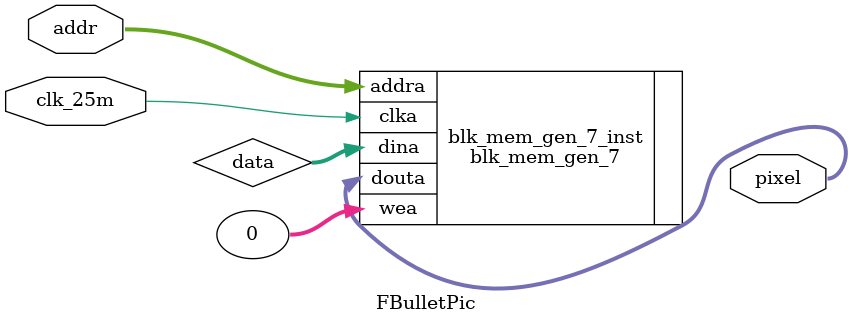
<source format=v>
module FBulletPic(clk_25m, addr, pixel);
	input clk_25m;
	input [16:0]addr;
	output [11:0]pixel;
	wire [11:0] data;
	
	blk_mem_gen_7 blk_mem_gen_7_inst(
      .clka(clk_25m),
      .wea(0),
      .addra(addr),
      .dina(data[11:0]),
      .douta(pixel)
    ); 
endmodule
</source>
